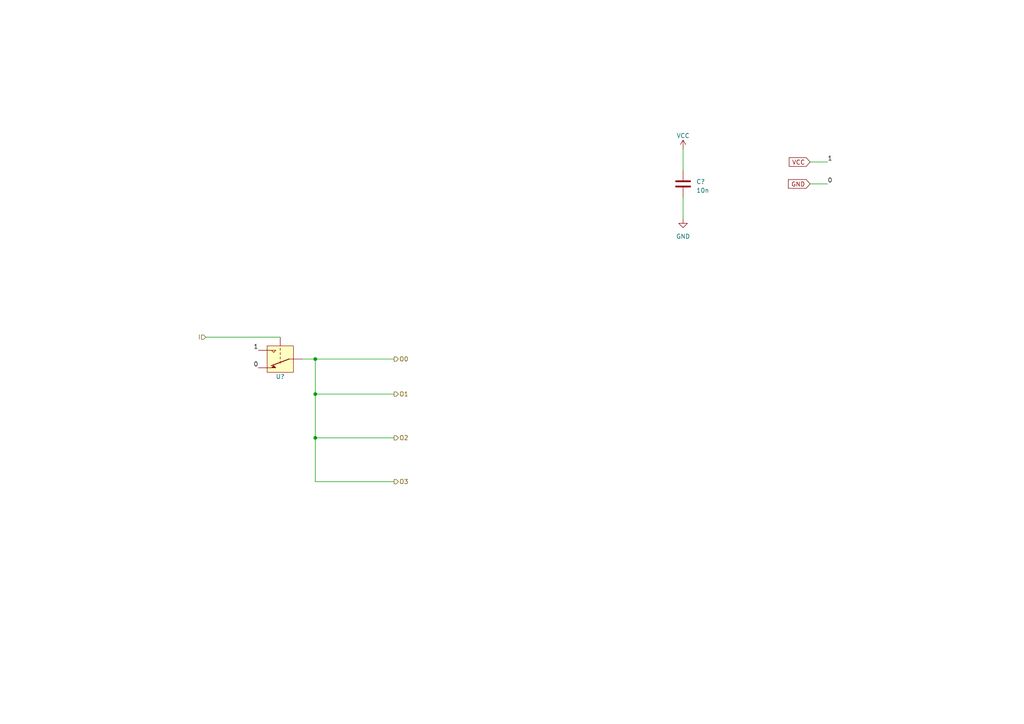
<source format=kicad_sch>
(kicad_sch (version 20230121) (generator eeschema)
  (paper "A4")
  (lib_symbols
    (symbol "Device:C" (pin_numbers hide) (pin_names (offset 0.254))
      (property "Reference" "C" (at 0.635 2.54 0))
      (property "Value" "C" (at 0.635 -2.54 0))
      (symbol "C_0_1"
        (polyline (pts (xy -2.032 -0.762) (xy 2.032 -0.762)) (stroke (width 0.508)))
        (polyline (pts (xy -2.032 0.762) (xy 2.032 0.762)) (stroke (width 0.508)))
      )
      (symbol "C_1_1"
        (pin passive line (at 0 3.81 270) (length 2.794) (name "~") (number "1"))
        (pin passive line (at 0 -3.81 90) (length 2.794) (name "~") (number "2"))
      )
    )
    (symbol "MevaLlibreria:1G3157" (pin_numbers hide)
      (property "Reference" "U" (at 0 -5.08 0))
      (symbol "1G3157_0_0"
        (polyline (pts (xy -3.81 2.54) (xy -1.27 2.54) (xy -1.905 1.905) (xy -2.54 2.54)))
      )
      (symbol "1G3157_0_1"
        (rectangle (start -3.81 3.81) (end 3.81 -3.81) (fill (type background)))
        (polyline (pts (xy 0 -0.635) (xy 0 -1.27)))
        (polyline (pts (xy 0 0.635) (xy 0 0)))
        (polyline (pts (xy 0 1.905) (xy 0 1.27)))
        (polyline (pts (xy 0 3.175) (xy 0 2.54)))
        (polyline (pts (xy 2.54 0) (xy -2.54 -1.905)) (stroke (width 0.254)))
        (polyline (pts (xy 3.81 0) (xy 2.54 0)))
        (polyline (pts (xy -3.81 -2.54) (xy -1.27 -2.54) (xy -1.905 -1.905) (xy -2.54 -2.54)) (fill (type outline)))
      )
      (symbol "1G3157_1_1"
        (pin input line (at -6.35 2.54 0) (length 2.54) (name "~") (number "1"))
        (pin power_in line (at 2.54 -2.54 270) (length 2.54) hide (name "GND") (number "2"))
        (pin input line (at -6.35 -2.54 0) (length 2.54) (name "~") (number "3"))
        (pin output line (at 6.35 0 180) (length 2.54) (name "~") (number "4"))
        (pin power_in line (at 2.54 2.54 90) (length 2.54) hide (name "VCC") (number "5"))
        (pin input line (at 0 6.35 270) (length 2.54) (name "~") (number "6"))
      )
    )
    (symbol "power:GND" (power) (pin_names (offset 0))
      (property "Value" "GND" (at 0 -3.81 0))
      (symbol "GND_0_1"
        (polyline (pts (xy 0 0) (xy 0 -1.27) (xy 1.27 -1.27) (xy 0 -2.54) (xy -1.27 -1.27) (xy 0 -1.27)))
      )
      (symbol "GND_1_1"
        (pin power_in line (at 0 0 270) (length 0) hide (name "GND") (number "1"))
      )
    )
    (symbol "power:VCC" (power) (pin_names (offset 0))
      (property "Value" "VCC" (at 0 3.81 0))
      (symbol "VCC_0_1"
        (polyline (pts (xy -0.762 1.27) (xy 0 2.54)))
        (polyline (pts (xy 0 0) (xy 0 2.54)))
        (polyline (pts (xy 0 2.54) (xy 0.762 1.27)))
      )
      (symbol "VCC_1_1"
        (pin power_in line (at 0 0 90) (length 0) hide (name "VCC") (number "1"))
      )
    )
  )
  (junction (at 91.44 127))
  (junction (at 91.44 104.14))
  (junction (at 91.44 114.3))
  (wire (pts (xy 59.69 97.79) (xy 81.28 97.79)))
  (wire (pts (xy 198.12 57.15) (xy 198.12 63.5)))
  (wire (pts (xy 198.12 43.18) (xy 198.12 49.53)))
  (wire (pts (xy 91.44 114.3) (xy 91.44 127)))
  (wire (pts (xy 240.03 53.34) (xy 234.95 53.34)))
  (wire (pts (xy 91.44 127) (xy 114.3 127)))
  (wire (pts (xy 87.63 104.14) (xy 91.44 104.14)))
  (wire (pts (xy 91.44 127) (xy 91.44 139.7)))
  (wire (pts (xy 91.44 139.7) (xy 114.3 139.7)))
  (wire (pts (xy 91.44 104.14) (xy 91.44 114.3)))
  (wire (pts (xy 91.44 104.14) (xy 114.3 104.14)))
  (wire (pts (xy 240.03 46.99) (xy 234.95 46.99)))
  (wire (pts (xy 91.44 114.3) (xy 114.3 114.3)))
  (label "1" (at 240.03 46.99 0))
  (label "1" (at 74.93 101.6 180))
  (label "0" (at 74.93 106.68 180))
  (label "0" (at 240.03 53.34 0))
  (global_label "VCC" (shape input) (at 234.95 46.99 180) (property "Intersheetrefs" "${INTERSHEET_REFS}" (effects hide)))
  (global_label "GND" (shape input) (at 234.95 53.34 180) (property "Intersheetrefs" "${INTERSHEET_REFS}" (effects hide)))
  (hierarchical_label "I" (shape input) (at 59.69 97.79 180))
  (hierarchical_label "O3" (shape output) (at 114.3 139.7 0))
  (hierarchical_label "O1" (shape output) (at 114.3 114.3 0))
  (hierarchical_label "O0" (shape output) (at 114.3 104.14 0))
  (hierarchical_label "O2" (shape output) (at 114.3 127 0))
  (symbol (lib_id "power:GND") (at 198.12 63.5 0) (unit 1)
    (property "Reference" "#PWR?" (effects hide))
    (property "Value" "GND" (at 198.12 68.58 0))
    (instances (project "MiniCalc_A" (path "" (reference "#PWR?") (unit 1)) (path "" (reference "#PWR?") (unit 1)) (path "" (reference "#PWR?") (unit 1)) (path "" (reference "#PWR?") (unit 1)) (path "" (reference "#PWR?") (unit 1)) (path "" (reference "#PWR?") (unit 1)) (path "" (reference "#PWR?") (unit 1)) (path "" (reference "#PWR?") (unit 1)) (path "" (reference "#PWR?") (unit 1)) (path "" (reference "#PWR?") (unit 1)) (path "" (reference "#PWR?") (unit 1)) (path "" (reference "#PWR?") (unit 1)) (path "" (reference "#PWR036") (unit 1)) (path "" (reference "#PWR038") (unit 1)) (path "" (reference "#PWR040") (unit 1))))
  )
  (symbol (lib_id "Device:C") (at 198.12 53.34 0) (unit 1)
    (property "Reference" "C?" (at 201.93 52.705 0) (effects (justify left)))
    (property "Value" "10n" (at 201.93 55.245 0) (effects (justify left)))
    (property "Footprint" "Capacitor_SMD:C_0603_1608Metric" (effects hide))
    (instances (project "MiniCalc_A" (path "" (reference "C?") (unit 1)) (path "" (reference "C?") (unit 1)) (path "" (reference "C?") (unit 1)) (path "" (reference "C?") (unit 1)) (path "" (reference "C?") (unit 1)) (path "" (reference "C?") (unit 1)) (path "" (reference "C?") (unit 1)) (path "" (reference "C?") (unit 1)) (path "" (reference "C?") (unit 1)) (path "" (reference "C?") (unit 1)) (path "" (reference "C?") (unit 1)) (path "" (reference "C?") (unit 1)) (path "" (reference "C14") (unit 1)) (path "" (reference "C15") (unit 1)) (path "" (reference "C16") (unit 1))))
  )
  (symbol (lib_id "MevaLlibreria:1G3157") (at 81.28 104.14 0) (unit 1)
    (property "Reference" "U?" (at 81.28 109.22 0))
    (property "Value" "1G3157" (effects hide))
    (property "Footprint" "Package_TO_SOT_SMD:SOT-23-6" (effects hide))
    (property "Datasheet" "https://www.ti.com/lit/ds/symlink/sn74lvc1g3157.pdf" (effects hide))
    (property "Sim.Name" "74LVC1G3157" (effects hide))
    (property "Sim.Library" "../SpiceModelsGlobal/AnalogSPDT.txt" (effects hide))
    (property "Sim.Device" "SUBCKT" (effects hide))
    (property "Sim.Pins" "1=1 3=3 4=4 5=5 6=6" (effects hide))
    (property "Manufacturer" "Texas Instruments" (effects hide))
    (property "Part Number" "SN74LVC1G3157DBVR" (effects hide))
    (instances (project "MiniCalc_A" (path "" (reference "U?") (unit 1)) (path "" (reference "U?") (unit 1)) (path "" (reference "U?") (unit 1)) (path "" (reference "U?") (unit 1)) (path "" (reference "U?") (unit 1)) (path "" (reference "U?") (unit 1)) (path "" (reference "U?") (unit 1)) (path "" (reference "U?") (unit 1)) (path "" (reference "U?") (unit 1)) (path "" (reference "U?") (unit 1)) (path "" (reference "U?") (unit 1)) (path "" (reference "U?") (unit 1)) (path "" (reference "U13") (unit 1)) (path "" (reference "U14") (unit 1)) (path "" (reference "U15") (unit 1))))
  )
  (symbol (lib_id "power:VCC") (at 198.12 43.18 0) (unit 1)
    (property "Reference" "#PWR?" (effects hide))
    (property "Value" "VCC" (at 198.12 39.37 0))
    (instances (project "MiniCalc_A" (path "" (reference "#PWR?") (unit 1)) (path "" (reference "#PWR?") (unit 1)) (path "" (reference "#PWR?") (unit 1)) (path "" (reference "#PWR?") (unit 1)) (path "" (reference "#PWR?") (unit 1)) (path "" (reference "#PWR?") (unit 1)) (path "" (reference "#PWR?") (unit 1)) (path "" (reference "#PWR?") (unit 1)) (path "" (reference "#PWR?") (unit 1)) (path "" (reference "#PWR?") (unit 1)) (path "" (reference "#PWR?") (unit 1)) (path "" (reference "#PWR?") (unit 1)) (path "" (reference "#PWR035") (unit 1)) (path "" (reference "#PWR037") (unit 1)) (path "" (reference "#PWR039") (unit 1))))
  )
)
</source>
